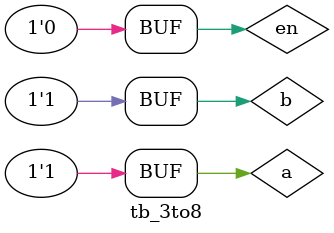
<source format=sv>
`timescale 1ns / 1ps


module tb_3to8();
reg en , a , b ;
wire [3:0] out0 , out1 ;
decoder3to8 test(a , b , en , out0 , out1) ;
initial begin
$monitor (" %b %b %b %b%b%b%b %b%b%b%b" , en , a , b , out0[3] , out0[2] , out0[1] , out0[0] ,
    out1[3] , out1[2] , out1[1] , out1[0]) ;
a =1'bx   ; b =1'bx  ; en =0  ;#1 
a =1'bx   ; b =1'bx  ; en =1  ;#1 
a =0   ; b =0  ; en =1  ;#1 
a =0   ; b =0  ; en =0  ;#1 
a =0   ; b =1  ; en =1  ;#1 
a =0   ; b =1  ; en =0  ;#1
a =1   ; b =0  ; en =1  ;#1 
a =1   ; b =0  ; en =0  ;#1 
a =1   ; b =1  ; en =1  ;#1
a =1   ; b =1  ; en =0  ;
end
endmodule

</source>
